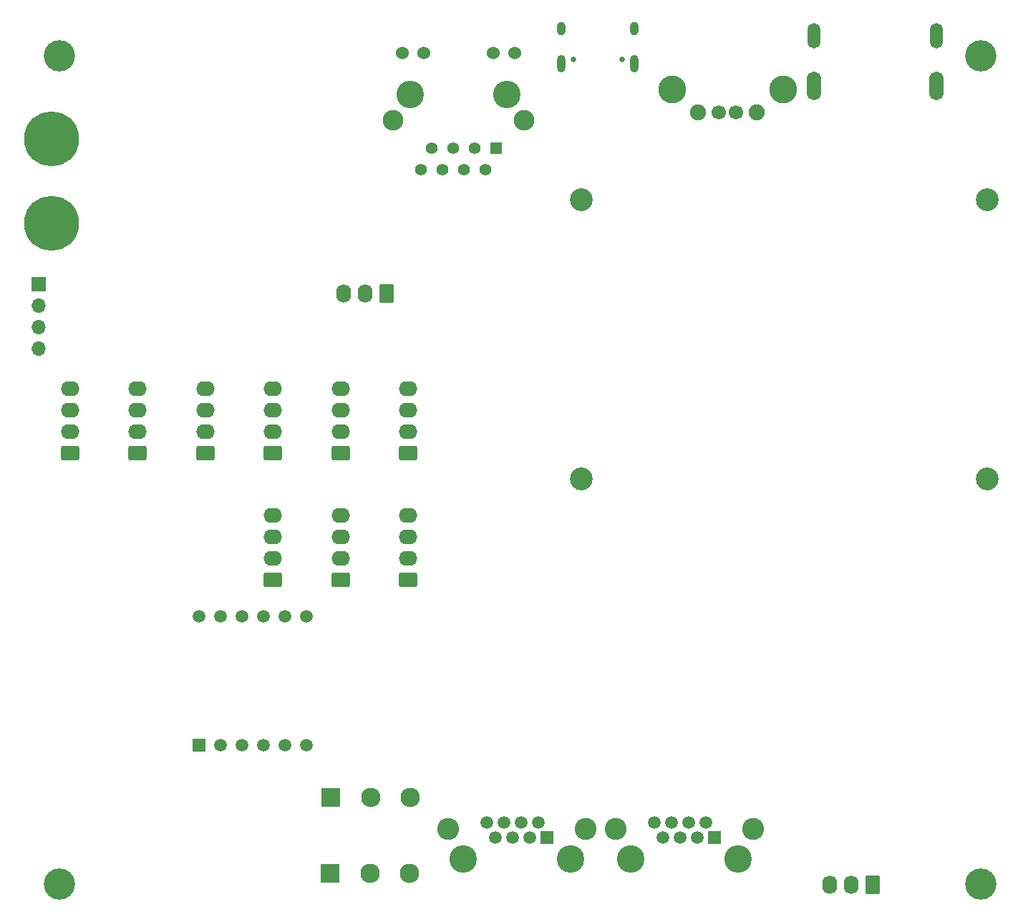
<source format=gbs>
G04 #@! TF.GenerationSoftware,KiCad,Pcbnew,6.0.2+dfsg-1*
G04 #@! TF.CreationDate,2022-12-10T00:49:59-08:00*
G04 #@! TF.ProjectId,cm4-robot,636d342d-726f-4626-9f74-2e6b69636164,rev?*
G04 #@! TF.SameCoordinates,Original*
G04 #@! TF.FileFunction,Soldermask,Bot*
G04 #@! TF.FilePolarity,Negative*
%FSLAX46Y46*%
G04 Gerber Fmt 4.6, Leading zero omitted, Abs format (unit mm)*
G04 Created by KiCad (PCBNEW 6.0.2+dfsg-1) date 2022-12-10 00:49:59*
%MOMM*%
%LPD*%
G01*
G04 APERTURE LIST*
G04 Aperture macros list*
%AMRoundRect*
0 Rectangle with rounded corners*
0 $1 Rounding radius*
0 $2 $3 $4 $5 $6 $7 $8 $9 X,Y pos of 4 corners*
0 Add a 4 corners polygon primitive as box body*
4,1,4,$2,$3,$4,$5,$6,$7,$8,$9,$2,$3,0*
0 Add four circle primitives for the rounded corners*
1,1,$1+$1,$2,$3*
1,1,$1+$1,$4,$5*
1,1,$1+$1,$6,$7*
1,1,$1+$1,$8,$9*
0 Add four rect primitives between the rounded corners*
20,1,$1+$1,$2,$3,$4,$5,0*
20,1,$1+$1,$4,$5,$6,$7,0*
20,1,$1+$1,$6,$7,$8,$9,0*
20,1,$1+$1,$8,$9,$2,$3,0*%
G04 Aperture macros list end*
%ADD10R,1.398000X1.398000*%
%ADD11C,1.398000*%
%ADD12C,1.530000*%
%ADD13C,2.445000*%
%ADD14C,3.250000*%
%ADD15RoundRect,0.250000X0.845000X-0.620000X0.845000X0.620000X-0.845000X0.620000X-0.845000X-0.620000X0*%
%ADD16O,2.190000X1.740000*%
%ADD17C,3.700000*%
%ADD18C,6.500000*%
%ADD19O,1.700000X3.400000*%
%ADD20O,1.500000X3.000000*%
%ADD21R,1.500000X1.500000*%
%ADD22C,1.500000*%
%ADD23C,2.600000*%
%ADD24RoundRect,0.250000X0.620000X0.845000X-0.620000X0.845000X-0.620000X-0.845000X0.620000X-0.845000X0*%
%ADD25O,1.740000X2.190000*%
%ADD26R,2.300000X2.300000*%
%ADD27C,2.300000*%
%ADD28C,1.900000*%
%ADD29C,1.700000*%
%ADD30C,3.300000*%
%ADD31C,0.650000*%
%ADD32O,1.000000X2.100000*%
%ADD33O,1.000000X1.600000*%
%ADD34R,1.700000X1.700000*%
%ADD35O,1.700000X1.700000*%
%ADD36C,2.700000*%
G04 APERTURE END LIST*
D10*
X96140000Y-55426000D03*
D11*
X94870000Y-57966000D03*
X93600000Y-55426000D03*
X92330000Y-57966000D03*
X91060000Y-55426000D03*
X89790000Y-57966000D03*
X88520000Y-55426000D03*
X87250000Y-57966000D03*
D12*
X98315000Y-44176000D03*
X95775000Y-44176000D03*
X85065000Y-44176000D03*
X87605000Y-44176000D03*
D13*
X99435000Y-52126000D03*
X83945000Y-52126000D03*
D14*
X85975000Y-49076000D03*
X97405000Y-49076000D03*
D15*
X61750000Y-91500000D03*
D16*
X61750000Y-88960000D03*
X61750000Y-86420000D03*
X61750000Y-83880000D03*
D15*
X69750000Y-91500000D03*
D16*
X69750000Y-88960000D03*
X69750000Y-86420000D03*
X69750000Y-83880000D03*
D17*
X44500000Y-142500000D03*
D18*
X43600000Y-64300000D03*
D15*
X77750000Y-106500000D03*
D16*
X77750000Y-103960000D03*
X77750000Y-101420000D03*
X77750000Y-98880000D03*
D19*
X148210000Y-48089000D03*
D20*
X148210000Y-42129000D03*
D19*
X133710000Y-48089000D03*
D20*
X133710000Y-42129000D03*
D14*
X124770000Y-139490000D03*
X112070000Y-139490000D03*
D21*
X121990000Y-136950000D03*
D22*
X120970000Y-135170000D03*
X119950000Y-136950000D03*
X118930000Y-135170000D03*
X117910000Y-136950000D03*
X116890000Y-135170000D03*
X115870000Y-136950000D03*
X114850000Y-135170000D03*
D23*
X110290000Y-135930000D03*
X126550000Y-135930000D03*
D17*
X44500000Y-44500000D03*
D18*
X43600000Y-54300000D03*
D15*
X45750000Y-91500000D03*
D16*
X45750000Y-88960000D03*
X45750000Y-86420000D03*
X45750000Y-83880000D03*
D24*
X83180000Y-72615000D03*
D25*
X80640000Y-72615000D03*
X78100000Y-72615000D03*
D26*
X76500000Y-141150000D03*
D27*
X81199000Y-141150000D03*
X85898000Y-141150000D03*
D15*
X69750000Y-106500000D03*
D16*
X69750000Y-103960000D03*
X69750000Y-101420000D03*
X69750000Y-98880000D03*
D15*
X85750000Y-106500000D03*
D16*
X85750000Y-103960000D03*
X85750000Y-101420000D03*
X85750000Y-98880000D03*
D28*
X127000000Y-51210000D03*
D29*
X124500000Y-51210000D03*
X122500000Y-51210000D03*
D28*
X120000000Y-51210000D03*
D30*
X130070000Y-48500000D03*
X116930000Y-48500000D03*
D17*
X153500000Y-44500000D03*
D15*
X85750000Y-91500000D03*
D16*
X85750000Y-88960000D03*
X85750000Y-86420000D03*
X85750000Y-83880000D03*
D15*
X53750000Y-91500000D03*
D16*
X53750000Y-88960000D03*
X53750000Y-86420000D03*
X53750000Y-83880000D03*
D17*
X153500000Y-142500000D03*
D24*
X140670000Y-142507000D03*
D25*
X138130000Y-142507000D03*
X135590000Y-142507000D03*
D26*
X76600000Y-132200000D03*
D27*
X81299000Y-132200000D03*
X85998000Y-132200000D03*
D21*
X61000000Y-126067000D03*
D22*
X63540000Y-126067000D03*
X66080000Y-126067000D03*
X68620000Y-126067000D03*
X71160000Y-126067000D03*
X73700000Y-126067000D03*
X73700000Y-110827000D03*
X71160000Y-110827000D03*
X68620000Y-110827000D03*
X66080000Y-110827000D03*
X63540000Y-110827000D03*
X61000000Y-110827000D03*
D31*
X105280000Y-44953000D03*
X111060000Y-44953000D03*
D32*
X112490000Y-45453000D03*
D33*
X103850000Y-41273000D03*
D32*
X103850000Y-45453000D03*
D33*
X112490000Y-41273000D03*
D14*
X92230000Y-139490000D03*
X104930000Y-139490000D03*
D21*
X102150000Y-136950000D03*
D22*
X101130000Y-135170000D03*
X100110000Y-136950000D03*
X99090000Y-135170000D03*
X98070000Y-136950000D03*
X97050000Y-135170000D03*
X96030000Y-136950000D03*
X95010000Y-135170000D03*
D23*
X90450000Y-135930000D03*
X106710000Y-135930000D03*
D15*
X77750000Y-91500000D03*
D16*
X77750000Y-88960000D03*
X77750000Y-86420000D03*
X77750000Y-83880000D03*
D34*
X42000000Y-71500000D03*
D35*
X42000000Y-74040000D03*
X42000000Y-76580000D03*
X42000000Y-79120000D03*
D36*
X154250000Y-94500000D03*
X154250000Y-61500000D03*
X106250000Y-94500000D03*
X106250000Y-61500000D03*
M02*

</source>
